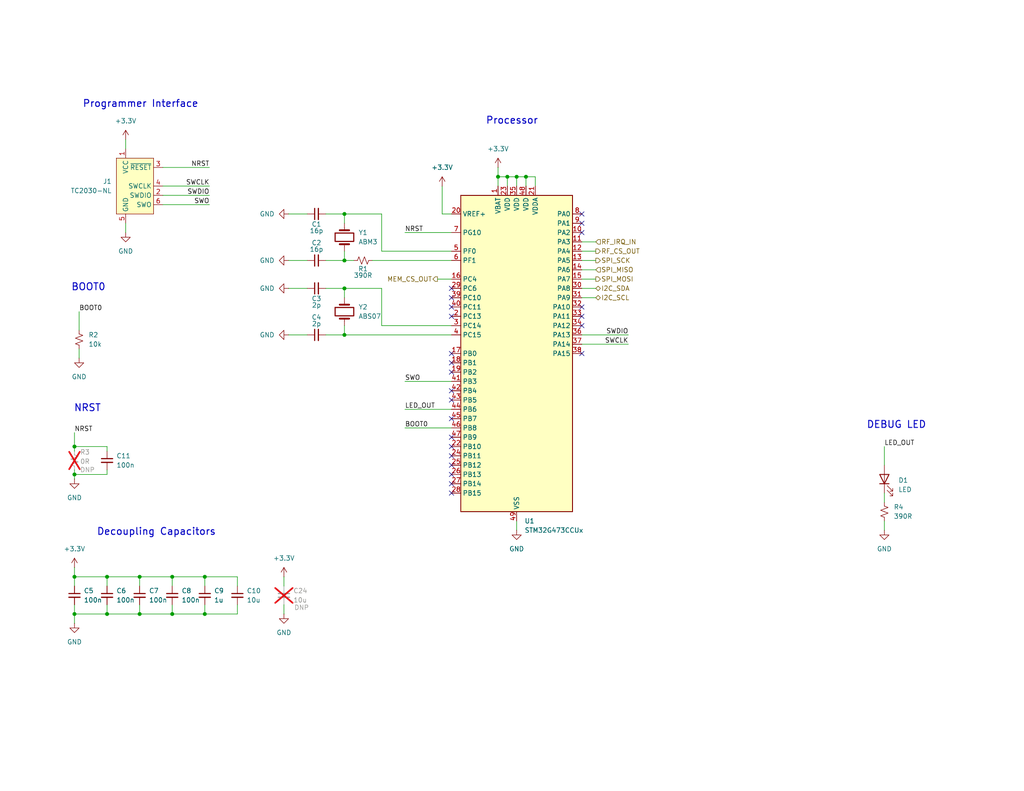
<source format=kicad_sch>
(kicad_sch (version 20250114) (generator "eeschema") (generator_version "9.0")
  (paper "USLetter")
  (title_block (title "Processor") (rev "1.0"))
  (lib_symbols
    (symbol "Connector:Conn_ARM_SWD_TagConnect_TC2030-NL" (in_bom no)
      (property "Reference" "J" (at 2.54 11.43 0))
      (property "Value" "Conn_ARM_SWD_TagConnect_TC2030-NL" (at 2.54 8.89 0))
      (symbol "Conn_ARM_SWD_TagConnect_TC2030-NL_0_0"
        (pin power_in line (at -2.54 10.16 270) (length 2.54) (name "VCC") (number "1"))
        (pin power_in line (at -2.54 -10.16 90) (length 2.54) (name "GND") (number "5"))
        (pin open_collector line (at 7.62 5.08 180) (length 2.54) (name "~{RESET}") (number "3"))
        (pin output line (at 7.62 0 180) (length 2.54) (name "SWCLK") (number "4"))
        (pin bidirectional line (at 7.62 -2.54 180) (length 2.54) (name "SWDIO") (number "2"))
        (pin input line (at 7.62 -5.08 180) (length 2.54) (name "SWO") (number "6"))
      )
      (symbol "Conn_ARM_SWD_TagConnect_TC2030-NL_0_1"
        (rectangle (start -5.08 7.62) (end 5.08 -7.62) (fill (type background)))
      )
    )
    (symbol "Device:C_Small" (pin_numbers (hide yes)) (pin_names (offset 0.254) (hide yes))
      (property "Reference" "C" (at 0.254 1.778 0))
      (property "Value" "C_Small" (at 0.254 -2.032 0))
      (symbol "C_Small_0_1"
        (polyline (pts (xy -1.524 0.508) (xy 1.524 0.508)) (stroke (width 0.3048)))
        (polyline (pts (xy -1.524 -0.508) (xy 1.524 -0.508)) (stroke (width 0.3302)))
      )
      (symbol "C_Small_1_1"
        (pin passive line (at 0 2.54 270) (length 2.032) (name "~") (number "1"))
        (pin passive line (at 0 -2.54 90) (length 2.032) (name "~") (number "2"))
      )
    )
    (symbol "Device:LED" (pin_numbers (hide yes)) (pin_names (offset 1.016) (hide yes))
      (property "Reference" "D" (at 0 2.54 0))
      (property "Value" "LED" (at 0 -2.54 0))
      (symbol "LED_0_1"
        (polyline (pts (xy -3.048 -0.762) (xy -4.572 -2.286) (xy -3.81 -2.286) (xy -4.572 -2.286) (xy -4.572 -1.524)))
        (polyline (pts (xy -1.778 -0.762) (xy -3.302 -2.286) (xy -2.54 -2.286) (xy -3.302 -2.286) (xy -3.302 -1.524)))
        (polyline (pts (xy -1.27 0) (xy 1.27 0)))
        (polyline (pts (xy -1.27 -1.27) (xy -1.27 1.27)) (stroke (width 0.254)))
        (polyline (pts (xy 1.27 -1.27) (xy 1.27 1.27) (xy -1.27 0) (xy 1.27 -1.27)) (stroke (width 0.254)))
      )
      (symbol "LED_1_1"
        (pin passive line (at -3.81 0 0) (length 2.54) (name "K") (number "1"))
        (pin passive line (at 3.81 0 180) (length 2.54) (name "A") (number "2"))
      )
    )
    (symbol "Device:R_Small_US" (pin_numbers (hide yes)) (pin_names (offset 0.254) (hide yes))
      (property "Reference" "R" (at 0.762 0.508 0))
      (property "Value" "R_Small_US" (at 0.762 -1.016 0))
      (symbol "R_Small_US_1_1"
        (polyline (pts (xy 0 1.524) (xy 1.016 1.143) (xy 0 0.762) (xy -1.016 0.381) (xy 0 0)))
        (polyline (pts (xy 0 0) (xy 1.016 -0.381) (xy 0 -0.762) (xy -1.016 -1.143) (xy 0 -1.524)))
        (pin passive line (at 0 2.54 270) (length 1.016) (name "~") (number "1"))
        (pin passive line (at 0 -2.54 90) (length 1.016) (name "~") (number "2"))
      )
    )
    (symbol "MCU_ST_STM32G4:STM32G473CCUx"
      (property "Reference" "U" (at -15.24 44.45 0))
      (property "Value" "STM32G473CCUx" (at 7.62 44.45 0))
      (symbol "STM32G473CCUx_0_1"
        (rectangle (start -15.24 -43.18) (end 15.24 43.18) (stroke (width 0.254)) (fill (type background)))
      )
      (symbol "STM32G473CCUx_1_1"
        (pin input line (at -17.78 38.1 0) (length 2.54) (name "VREF+") (number "20"))
        (pin bidirectional line (at -17.78 33.02 0) (length 2.54) (name "PG10") (number "7"))
        (pin bidirectional line (at -17.78 27.94 0) (length 2.54) (name "PF0") (number "5"))
        (pin bidirectional line (at -17.78 25.4 0) (length 2.54) (name "PF1") (number "6"))
        (pin bidirectional line (at -17.78 20.32 0) (length 2.54) (name "PC4") (number "16"))
        (pin bidirectional line (at -17.78 17.78 0) (length 2.54) (name "PC6") (number "29"))
        (pin bidirectional line (at -17.78 15.24 0) (length 2.54) (name "PC10") (number "39"))
        (pin bidirectional line (at -17.78 12.7 0) (length 2.54) (name "PC11") (number "40"))
        (pin bidirectional line (at -17.78 10.16 0) (length 2.54) (name "PC13") (number "2"))
        (pin bidirectional line (at -17.78 7.62 0) (length 2.54) (name "PC14") (number "3"))
        (pin bidirectional line (at -17.78 5.08 0) (length 2.54) (name "PC15") (number "4"))
        (pin bidirectional line (at -17.78 0 0) (length 2.54) (name "PB0") (number "17"))
        (pin bidirectional line (at -17.78 -2.54 0) (length 2.54) (name "PB1") (number "18"))
        (pin bidirectional line (at -17.78 -5.08 0) (length 2.54) (name "PB2") (number "19"))
        (pin bidirectional line (at -17.78 -7.62 0) (length 2.54) (name "PB3") (number "41"))
        (pin bidirectional line (at -17.78 -10.16 0) (length 2.54) (name "PB4") (number "42"))
        (pin bidirectional line (at -17.78 -12.7 0) (length 2.54) (name "PB5") (number "43"))
        (pin bidirectional line (at -17.78 -15.24 0) (length 2.54) (name "PB6") (number "44"))
        (pin bidirectional line (at -17.78 -17.78 0) (length 2.54) (name "PB7") (number "45"))
        (pin bidirectional line (at -17.78 -20.32 0) (length 2.54) (name "PB8") (number "46"))
        (pin bidirectional line (at -17.78 -22.86 0) (length 2.54) (name "PB9") (number "47"))
        (pin bidirectional line (at -17.78 -25.4 0) (length 2.54) (name "PB10") (number "22"))
        (pin bidirectional line (at -17.78 -27.94 0) (length 2.54) (name "PB11") (number "24"))
        (pin bidirectional line (at -17.78 -30.48 0) (length 2.54) (name "PB12") (number "25"))
        (pin bidirectional line (at -17.78 -33.02 0) (length 2.54) (name "PB13") (number "26"))
        (pin bidirectional line (at -17.78 -35.56 0) (length 2.54) (name "PB14") (number "27"))
        (pin bidirectional line (at -17.78 -38.1 0) (length 2.54) (name "PB15") (number "28"))
        (pin power_in line (at -5.08 45.72 270) (length 2.54) (name "VBAT") (number "1"))
        (pin power_in line (at -2.54 45.72 270) (length 2.54) (name "VDD") (number "23"))
        (pin power_in line (at 0 45.72 270) (length 2.54) (name "VDD") (number "35"))
        (pin power_in line (at 0 -45.72 90) (length 2.54) (name "VSS") (number "49"))
        (pin power_in line (at 2.54 45.72 270) (length 2.54) (name "VDD") (number "48"))
        (pin power_in line (at 5.08 45.72 270) (length 2.54) (name "VDDA") (number "21"))
        (pin bidirectional line (at 17.78 38.1 180) (length 2.54) (name "PA0") (number "8"))
        (pin bidirectional line (at 17.78 35.56 180) (length 2.54) (name "PA1") (number "9"))
        (pin bidirectional line (at 17.78 33.02 180) (length 2.54) (name "PA2") (number "10"))
        (pin bidirectional line (at 17.78 30.48 180) (length 2.54) (name "PA3") (number "11"))
        (pin bidirectional line (at 17.78 27.94 180) (length 2.54) (name "PA4") (number "12"))
        (pin bidirectional line (at 17.78 25.4 180) (length 2.54) (name "PA5") (number "13"))
        (pin bidirectional line (at 17.78 22.86 180) (length 2.54) (name "PA6") (number "14"))
        (pin bidirectional line (at 17.78 20.32 180) (length 2.54) (name "PA7") (number "15"))
        (pin bidirectional line (at 17.78 17.78 180) (length 2.54) (name "PA8") (number "30"))
        (pin bidirectional line (at 17.78 15.24 180) (length 2.54) (name "PA9") (number "31"))
        (pin bidirectional line (at 17.78 12.7 180) (length 2.54) (name "PA10") (number "32"))
        (pin bidirectional line (at 17.78 10.16 180) (length 2.54) (name "PA11") (number "33"))
        (pin bidirectional line (at 17.78 7.62 180) (length 2.54) (name "PA12") (number "34"))
        (pin bidirectional line (at 17.78 5.08 180) (length 2.54) (name "PA13") (number "36"))
        (pin bidirectional line (at 17.78 2.54 180) (length 2.54) (name "PA14") (number "37"))
        (pin bidirectional line (at 17.78 0 180) (length 2.54) (name "PA15") (number "38"))
      )
    )
    (symbol "kjp_symlib:ABM3-48.000MHZ-B2-T" (pin_numbers (hide yes)) (pin_names (offset 1.016) (hide yes))
      (property "Reference" "Y" (at 0 3.81 0))
      (property "Value" "ABM3-48.000MHZ-B2-T" (at 0 -3.81 0))
      (symbol "ABM3-48.000MHZ-B2-T_0_1"
        (polyline (pts (xy -2.54 0) (xy -1.905 0)))
        (polyline (pts (xy -1.905 -1.27) (xy -1.905 1.27)) (stroke (width 0.508)))
        (rectangle (start -1.143 2.54) (end 1.143 -2.54) (stroke (width 0.3048)))
        (polyline (pts (xy 1.905 -1.27) (xy 1.905 1.27)) (stroke (width 0.508)))
        (polyline (pts (xy 2.54 0) (xy 1.905 0)))
      )
      (symbol "ABM3-48.000MHZ-B2-T_1_1"
        (pin passive line (at -3.81 0 0) (length 1.27) (name "1") (number "1"))
        (pin passive line (at 3.81 0 180) (length 1.27) (name "2") (number "2"))
      )
    )
    (symbol "kjp_symlib:ABS07-120-32.768KHZ-T" (pin_numbers (hide yes)) (pin_names (offset 1.016) (hide yes))
      (property "Reference" "Y" (at 0 3.81 0))
      (property "Value" "ABS07-120-32.768KHZ-T" (at 0 -3.81 0))
      (symbol "ABS07-120-32.768KHZ-T_0_1"
        (polyline (pts (xy -2.54 0) (xy -1.905 0)))
        (polyline (pts (xy -1.905 -1.27) (xy -1.905 1.27)) (stroke (width 0.508)))
        (rectangle (start -1.143 2.54) (end 1.143 -2.54) (stroke (width 0.3048)))
        (polyline (pts (xy 1.905 -1.27) (xy 1.905 1.27)) (stroke (width 0.508)))
        (polyline (pts (xy 2.54 0) (xy 1.905 0)))
      )
      (symbol "ABS07-120-32.768KHZ-T_1_1"
        (pin passive line (at -3.81 0 0) (length 1.27) (name "1") (number "1"))
        (pin passive line (at 3.81 0 180) (length 1.27) (name "2") (number "2"))
      )
    )
    (symbol "power:+3.3V" (power) (pin_numbers (hide yes)) (pin_names (offset 0) (hide yes))
      (property "Value" "+3.3V" (at 0 3.556 0))
      (symbol "+3.3V_0_1"
        (polyline (pts (xy -0.762 1.27) (xy 0 2.54)))
        (polyline (pts (xy 0 2.54) (xy 0.762 1.27)))
        (polyline (pts (xy 0 0) (xy 0 2.54)))
      )
      (symbol "+3.3V_1_1"
        (pin power_in line (at 0 0 90) (length 0) (name "~") (number "1"))
      )
    )
    (symbol "power:GND" (power) (pin_numbers (hide yes)) (pin_names (offset 0) (hide yes))
      (property "Value" "GND" (at 0 -3.81 0))
      (symbol "GND_0_1"
        (polyline (pts (xy 0 0) (xy 0 -1.27) (xy 1.27 -1.27) (xy 0 -2.54) (xy -1.27 -1.27) (xy 0 -1.27)))
      )
      (symbol "GND_1_1"
        (pin power_in line (at 0 0 270) (length 0) (name "~") (number "1"))
      )
    )
  )
  (text "Programmer Interface" (at 38.354 28.448 0) (effects (font (size 1.905 1.905) (thickness 0.254) (bold yes))))
  (text "Decoupling Capacitors" (at 42.672 145.288 0) (effects (font (size 1.905 1.905) (thickness 0.254) (bold yes))))
  (text "BOOT0" (at 24.13 78.486 0) (effects (font (size 1.905 1.905) (thickness 0.254) (bold yes))))
  (text "NRST" (at 23.876 111.506 0) (effects (font (size 1.905 1.905) (thickness 0.254) (bold yes))))
  (text "Processor" (at 139.7 33.02 0) (effects (font (size 1.905 1.905) (thickness 0.254) (bold yes))))
  (text "DEBUG LED" (at 244.602 116.078 0) (effects (font (size 1.905 1.905) (thickness 0.254) (bold yes))))
  (junction (at 55.88 167.64))
  (junction (at 20.32 167.64))
  (junction (at 55.88 157.48))
  (junction (at 140.97 48.26))
  (junction (at 46.99 157.48))
  (junction (at 38.1 167.64))
  (junction (at 93.98 71.12))
  (junction (at 20.32 121.92))
  (junction (at 93.98 58.42))
  (junction (at 29.21 157.48))
  (junction (at 138.43 48.26))
  (junction (at 93.98 91.44))
  (junction (at 38.1 157.48))
  (junction (at 46.99 167.64))
  (junction (at 20.32 129.54))
  (junction (at 29.21 167.64))
  (junction (at 135.89 48.26))
  (junction (at 20.32 157.48))
  (junction (at 93.98 78.74))
  (junction (at 143.51 48.26))
  (no_connect (at 123.19 78.74))
  (no_connect (at 123.19 106.68))
  (no_connect (at 123.19 81.28))
  (no_connect (at 123.19 83.82))
  (no_connect (at 158.75 63.5))
  (no_connect (at 158.75 96.52))
  (no_connect (at 123.19 101.6))
  (no_connect (at 123.19 114.3))
  (no_connect (at 158.75 86.36))
  (no_connect (at 123.19 119.38))
  (no_connect (at 123.19 86.36))
  (no_connect (at 123.19 134.62))
  (no_connect (at 123.19 96.52))
  (no_connect (at 158.75 58.42))
  (no_connect (at 158.75 83.82))
  (no_connect (at 123.19 127))
  (no_connect (at 123.19 132.08))
  (no_connect (at 158.75 60.96))
  (no_connect (at 123.19 99.06))
  (no_connect (at 123.19 129.54))
  (no_connect (at 123.19 124.46))
  (no_connect (at 123.19 121.92))
  (no_connect (at 123.19 109.22))
  (no_connect (at 158.75 88.9))
  (wire (pts (xy 57.15 53.34) (xy 44.45 53.34)))
  (wire (pts (xy 140.97 48.26) (xy 138.43 48.26)))
  (wire (pts (xy 29.21 128.27) (xy 29.21 129.54)))
  (wire (pts (xy 64.77 157.48) (xy 64.77 160.02)))
  (wire (pts (xy 20.32 118.11) (xy 20.32 121.92)))
  (wire (pts (xy 29.21 157.48) (xy 38.1 157.48)))
  (wire (pts (xy 120.65 58.42) (xy 123.19 58.42)))
  (wire (pts (xy 101.6 71.12) (xy 123.19 71.12)))
  (wire (pts (xy 104.14 88.9) (xy 104.14 78.74)))
  (wire (pts (xy 88.9 58.42) (xy 93.98 58.42)))
  (wire (pts (xy 241.3 134.62) (xy 241.3 137.16)))
  (wire (pts (xy 78.74 91.44) (xy 83.82 91.44)))
  (wire (pts (xy 158.75 71.12) (xy 162.56 71.12)))
  (wire (pts (xy 135.89 45.72) (xy 135.89 48.26)))
  (wire (pts (xy 29.21 123.19) (xy 29.21 121.92)))
  (wire (pts (xy 158.75 68.58) (xy 162.56 68.58)))
  (wire (pts (xy 29.21 165.1) (xy 29.21 167.64)))
  (wire (pts (xy 123.19 91.44) (xy 93.98 91.44)))
  (wire (pts (xy 104.14 68.58) (xy 104.14 58.42)))
  (wire (pts (xy 104.14 68.58) (xy 123.19 68.58)))
  (wire (pts (xy 88.9 78.74) (xy 93.98 78.74)))
  (wire (pts (xy 20.32 129.54) (xy 29.21 129.54)))
  (wire (pts (xy 46.99 165.1) (xy 46.99 167.64)))
  (wire (pts (xy 57.15 55.88) (xy 44.45 55.88)))
  (wire (pts (xy 55.88 165.1) (xy 55.88 167.64)))
  (wire (pts (xy 146.05 50.8) (xy 146.05 48.26)))
  (wire (pts (xy 158.75 91.44) (xy 171.45 91.44)))
  (wire (pts (xy 88.9 71.12) (xy 93.98 71.12)))
  (wire (pts (xy 55.88 160.02) (xy 55.88 157.48)))
  (wire (pts (xy 93.98 78.74) (xy 93.98 81.28)))
  (wire (pts (xy 110.49 63.5) (xy 123.19 63.5)))
  (wire (pts (xy 241.3 121.92) (xy 241.3 127)))
  (wire (pts (xy 138.43 48.26) (xy 135.89 48.26)))
  (wire (pts (xy 104.14 78.74) (xy 93.98 78.74)))
  (wire (pts (xy 120.65 50.8) (xy 120.65 58.42)))
  (wire (pts (xy 38.1 157.48) (xy 38.1 160.02)))
  (wire (pts (xy 21.59 95.25) (xy 21.59 97.79)))
  (wire (pts (xy 55.88 167.64) (xy 64.77 167.64)))
  (wire (pts (xy 44.45 50.8) (xy 57.15 50.8)))
  (wire (pts (xy 20.32 165.1) (xy 20.32 167.64)))
  (wire (pts (xy 57.15 45.72) (xy 44.45 45.72)))
  (wire (pts (xy 158.75 76.2) (xy 162.56 76.2)))
  (wire (pts (xy 119.38 76.2) (xy 123.19 76.2)))
  (wire (pts (xy 110.49 111.76) (xy 123.19 111.76)))
  (wire (pts (xy 135.89 48.26) (xy 135.89 50.8)))
  (wire (pts (xy 93.98 88.9) (xy 93.98 91.44)))
  (wire (pts (xy 46.99 157.48) (xy 46.99 160.02)))
  (wire (pts (xy 46.99 167.64) (xy 55.88 167.64)))
  (wire (pts (xy 78.74 78.74) (xy 83.82 78.74)))
  (wire (pts (xy 110.49 116.84) (xy 123.19 116.84)))
  (wire (pts (xy 143.51 48.26) (xy 143.51 50.8)))
  (wire (pts (xy 29.21 157.48) (xy 29.21 160.02)))
  (wire (pts (xy 55.88 157.48) (xy 64.77 157.48)))
  (wire (pts (xy 20.32 154.94) (xy 20.32 157.48)))
  (wire (pts (xy 146.05 48.26) (xy 143.51 48.26)))
  (wire (pts (xy 77.47 157.48) (xy 77.47 160.02)))
  (wire (pts (xy 158.75 73.66) (xy 162.56 73.66)))
  (wire (pts (xy 110.49 104.14) (xy 123.19 104.14)))
  (wire (pts (xy 77.47 165.1) (xy 77.47 167.64)))
  (wire (pts (xy 38.1 167.64) (xy 46.99 167.64)))
  (wire (pts (xy 158.75 81.28) (xy 162.56 81.28)))
  (wire (pts (xy 123.19 88.9) (xy 104.14 88.9)))
  (wire (pts (xy 78.74 71.12) (xy 83.82 71.12)))
  (wire (pts (xy 104.14 58.42) (xy 93.98 58.42)))
  (wire (pts (xy 20.32 121.92) (xy 20.32 123.19)))
  (wire (pts (xy 34.29 60.96) (xy 34.29 63.5)))
  (wire (pts (xy 38.1 157.48) (xy 46.99 157.48)))
  (wire (pts (xy 38.1 165.1) (xy 38.1 167.64)))
  (wire (pts (xy 20.32 157.48) (xy 29.21 157.48)))
  (wire (pts (xy 20.32 167.64) (xy 29.21 167.64)))
  (wire (pts (xy 140.97 142.24) (xy 140.97 144.78)))
  (wire (pts (xy 20.32 121.92) (xy 29.21 121.92)))
  (wire (pts (xy 20.32 128.27) (xy 20.32 129.54)))
  (wire (pts (xy 29.21 167.64) (xy 38.1 167.64)))
  (wire (pts (xy 158.75 78.74) (xy 162.56 78.74)))
  (wire (pts (xy 78.74 58.42) (xy 83.82 58.42)))
  (wire (pts (xy 158.75 93.98) (xy 171.45 93.98)))
  (wire (pts (xy 46.99 157.48) (xy 55.88 157.48)))
  (wire (pts (xy 93.98 71.12) (xy 93.98 68.58)))
  (wire (pts (xy 20.32 160.02) (xy 20.32 157.48)))
  (wire (pts (xy 64.77 167.64) (xy 64.77 165.1)))
  (wire (pts (xy 140.97 48.26) (xy 140.97 50.8)))
  (wire (pts (xy 88.9 91.44) (xy 93.98 91.44)))
  (wire (pts (xy 21.59 85.09) (xy 21.59 90.17)))
  (wire (pts (xy 138.43 48.26) (xy 138.43 50.8)))
  (wire (pts (xy 34.29 38.1) (xy 34.29 40.64)))
  (wire (pts (xy 158.75 66.04) (xy 162.56 66.04)))
  (wire (pts (xy 241.3 142.24) (xy 241.3 144.78)))
  (wire (pts (xy 20.32 167.64) (xy 20.32 170.18)))
  (wire (pts (xy 93.98 58.42) (xy 93.98 60.96)))
  (wire (pts (xy 96.52 71.12) (xy 93.98 71.12)))
  (wire (pts (xy 20.32 129.54) (xy 20.32 130.81)))
  (wire (pts (xy 143.51 48.26) (xy 140.97 48.26)))
  (label "BOOT0" (at 110.49 116.84 0))
  (label "SWCLK" (at 171.45 93.98 180))
  (label "LED_OUT" (at 241.3 121.92 0))
  (label "BOOT0" (at 21.59 85.09 0))
  (label "LED_OUT" (at 110.49 111.76 0))
  (label "NRST" (at 57.15 45.72 180))
  (label "SWO" (at 110.49 104.14 0))
  (label "SWDIO" (at 171.45 91.44 180))
  (label "NRST" (at 110.49 63.5 0))
  (label "SWO" (at 57.15 55.88 180))
  (label "SWCLK" (at 57.15 50.8 180))
  (label "NRST" (at 20.32 118.11 0))
  (label "SWDIO" (at 57.15 53.34 180))
  (hierarchical_label "SPI_MISO" (shape input) (at 162.56 73.66 0))
  (hierarchical_label "SPI_MOSI" (shape output) (at 162.56 76.2 0))
  (hierarchical_label "SPI_SCK" (shape output) (at 162.56 71.12 0))
  (hierarchical_label "RF_IRQ_IN" (shape input) (at 162.56 66.04 0))
  (hierarchical_label "MEM_CS_OUT" (shape output) (at 119.38 76.2 180))
  (hierarchical_label "I2C_SDA" (shape bidirectional) (at 162.56 78.74 0))
  (hierarchical_label "I2C_SCL" (shape bidirectional) (at 162.56 81.28 0))
  (hierarchical_label "RF_CS_OUT" (shape output) (at 162.56 68.58 0))
  (symbol (lib_id "Device:C_Small") (at 29.21 125.73 0) (unit 1)
    (property "Reference" "C11" (at 31.75 124.4662 0) (effects (justify left)))
    (property "Value" "100n" (at 31.75 127.0062 0) (effects (justify left)))
    (property "Footprint" "Capacitor_SMD:C_0402_1005Metric" (effects (hide yes)))
    (property "Description" "Unpolarized capacitor, small symbol" (effects (hide yes)))
  )
  (symbol (lib_id "kjp_symlib:ABM3-48.000MHZ-B2-T") (at 93.98 64.77 90) (unit 1)
    (property "Reference" "Y1" (at 97.79 63.4999 90) (effects (justify right)))
    (property "Value" "ABM3" (at 97.79 66.0399 90) (effects (justify right)))
    (property "Footprint" "kjp_fplib:ABM3-48.000MHZ-B2-T" (effects (hide yes)))
    (property "Datasheet" "https://abracon.com/Resonators/ABM3.pdf" (effects (hide yes)))
    (property "Description" "Two pin crystal" (effects (hide yes)))
  )
  (symbol (lib_id "power:GND") (at 78.74 78.74 270) (unit 1)
    (property "Reference" "#PWR06" (effects (hide yes)))
    (property "Value" "GND" (at 74.93 78.7399 90) (effects (justify right)))
    (property "Description" "Power symbol creates a global label with name \"GND\" , ground" (effects (hide yes)))
  )
  (symbol (lib_id "Device:C_Small") (at 86.36 71.12 90) (unit 1)
    (property "Reference" "C2" (at 86.36 66.294 90))
    (property "Value" "16p" (at 86.36 68.072 90))
    (property "Footprint" "Capacitor_SMD:C_0402_1005Metric" (effects (hide yes)))
    (property "Description" "Unpolarized capacitor, small symbol" (effects (hide yes)))
  )
  (symbol (lib_id "power:GND") (at 20.32 130.81 0) (unit 1)
    (property "Reference" "#PWR011" (effects (hide yes)))
    (property "Value" "GND" (at 20.32 135.89 0))
    (property "Description" "Power symbol creates a global label with name \"GND\" , ground" (effects (hide yes)))
  )
  (symbol (lib_id "Device:C_Small") (at 46.99 162.56 0) (unit 1)
    (property "Reference" "C8" (at 49.53 161.2962 0) (effects (justify left)))
    (property "Value" "100n" (at 49.53 163.8362 0) (effects (justify left)))
    (property "Footprint" "Capacitor_SMD:C_0402_1005Metric" (effects (hide yes)))
    (property "Description" "Unpolarized capacitor, small symbol" (effects (hide yes)))
  )
  (symbol (lib_id "power:GND") (at 77.47 167.64 0) (unit 1)
    (property "Reference" "#PWR028" (effects (hide yes)))
    (property "Value" "GND" (at 77.47 172.72 0))
    (property "Description" "Power symbol creates a global label with name \"GND\" , ground" (effects (hide yes)))
  )
  (symbol (lib_id "power:GND") (at 34.29 63.5 0) (unit 1)
    (property "Reference" "#PWR013" (effects (hide yes)))
    (property "Value" "GND" (at 34.29 68.58 0))
    (property "Description" "Power symbol creates a global label with name \"GND\" , ground" (effects (hide yes)))
  )
  (symbol (lib_id "power:+3.3V") (at 135.89 45.72 0) (unit 1)
    (property "Reference" "#PWR01" (effects (hide yes)))
    (property "Value" "+3.3V" (at 135.89 40.64 0))
    (property "Description" "Power symbol creates a global label with name \"+3.3V\"" (effects (hide yes)))
  )
  (symbol (lib_id "power:+3.3V") (at 34.29 38.1 0) (unit 1)
    (property "Reference" "#PWR012" (effects (hide yes)))
    (property "Value" "+3.3V" (at 34.29 33.02 0))
    (property "Description" "Power symbol creates a global label with name \"+3.3V\"" (effects (hide yes)))
  )
  (symbol (lib_id "power:+3.3V") (at 120.65 50.8 0) (unit 1)
    (property "Reference" "#PWR03" (effects (hide yes)))
    (property "Value" "+3.3V" (at 120.65 45.72 0))
    (property "Description" "Power symbol creates a global label with name \"+3.3V\"" (effects (hide yes)))
  )
  (symbol (lib_id "power:+3.3V") (at 20.32 154.94 0) (unit 1)
    (property "Reference" "#PWR08" (effects (hide yes)))
    (property "Value" "+3.3V" (at 20.32 149.86 0))
    (property "Description" "Power symbol creates a global label with name \"+3.3V\"" (effects (hide yes)))
  )
  (symbol (lib_id "Device:C_Small") (at 20.32 162.56 0) (unit 1)
    (property "Reference" "C5" (at 22.86 161.2962 0) (effects (justify left)))
    (property "Value" "100n" (at 22.86 163.8362 0) (effects (justify left)))
    (property "Footprint" "Capacitor_SMD:C_0402_1005Metric" (effects (hide yes)))
    (property "Description" "Unpolarized capacitor, small symbol" (effects (hide yes)))
  )
  (symbol (lib_id "power:GND") (at 20.32 170.18 0) (unit 1)
    (property "Reference" "#PWR09" (effects (hide yes)))
    (property "Value" "GND" (at 20.32 175.26 0))
    (property "Description" "Power symbol creates a global label with name \"GND\" , ground" (effects (hide yes)))
  )
  (symbol (lib_id "power:GND") (at 78.74 91.44 270) (unit 1)
    (property "Reference" "#PWR07" (effects (hide yes)))
    (property "Value" "GND" (at 74.93 91.4399 90) (effects (justify right)))
    (property "Description" "Power symbol creates a global label with name \"GND\" , ground" (effects (hide yes)))
  )
  (symbol (lib_id "Device:C_Small") (at 86.36 91.44 90) (unit 1)
    (property "Reference" "C4" (at 86.36 86.614 90))
    (property "Value" "2p" (at 86.36 88.392 90))
    (property "Footprint" "Capacitor_SMD:C_0402_1005Metric" (effects (hide yes)))
    (property "Description" "Unpolarized capacitor, small symbol" (effects (hide yes)))
  )
  (symbol (lib_id "Device:C_Small") (at 29.21 162.56 0) (unit 1)
    (property "Reference" "C6" (at 31.75 161.2962 0) (effects (justify left)))
    (property "Value" "100n" (at 31.75 163.8362 0) (effects (justify left)))
    (property "Footprint" "Capacitor_SMD:C_0402_1005Metric" (effects (hide yes)))
    (property "Description" "Unpolarized capacitor, small symbol" (effects (hide yes)))
  )
  (symbol (lib_id "Device:LED") (at 241.3 130.81 90) (unit 1)
    (property "Reference" "D1" (at 245.11 131.1274 90) (effects (justify right)))
    (property "Value" "LED" (at 245.11 133.6674 90) (effects (justify right)))
    (property "Footprint" "LED_SMD:LED_0402_1005Metric" (effects (hide yes)))
    (property "Description" "Light emitting diode" (effects (hide yes)))
    (property "Sim.Pins" "1=K 2=A" (effects (hide yes)))
  )
  (symbol (lib_id "Device:C_Small") (at 77.47 162.56 0) (unit 1) (dnp yes)
    (property "Reference" "C24" (at 80.01 161.2962 0) (effects (justify left)))
    (property "Value" "10u" (at 80.01 163.8362 0) (effects (justify left)))
    (property "Footprint" "Capacitor_SMD:C_0603_1608Metric" (effects (hide yes)))
    (property "Description" "Unpolarized capacitor, small symbol" (effects (hide yes)))
    (property "Pop" "DNP" (at 82.296 165.862 0))
  )
  (symbol (lib_id "Connector:Conn_ARM_SWD_TagConnect_TC2030-NL") (at 36.83 50.8 0) (unit 1) (in_bom no)
    (property "Reference" "J1" (at 30.48 49.5299 0) (effects (justify right)))
    (property "Value" "TC2030-NL" (at 30.48 52.0699 0) (effects (justify right)))
    (property "Footprint" "Connector:Tag-Connect_TC2030-IDC-NL_2x03_P1.27mm_Vertical" (effects (hide yes)))
    (property "Datasheet" "https://www.tag-connect.com/wp-content/uploads/bsk-pdf-manager/TC2030-CTX_1.pdf" (effects (hide yes)))
    (property "Description" "Tag-Connect ARM Cortex SWD JTAG connector, 6 pin, no legs" (effects (hide yes)))
  )
  (symbol (lib_id "power:GND") (at 140.97 144.78 0) (unit 1)
    (property "Reference" "#PWR02" (effects (hide yes)))
    (property "Value" "GND" (at 140.97 149.86 0))
    (property "Description" "Power symbol creates a global label with name \"GND\" , ground" (effects (hide yes)))
  )
  (symbol (lib_id "power:+3.3V") (at 77.47 157.48 0) (unit 1)
    (property "Reference" "#PWR027" (effects (hide yes)))
    (property "Value" "+3.3V" (at 77.47 152.4 0))
    (property "Description" "Power symbol creates a global label with name \"+3.3V\"" (effects (hide yes)))
  )
  (symbol (lib_id "Device:R_Small_US") (at 21.59 92.71 0) (unit 1)
    (property "Reference" "R2" (at 24.13 91.4399 0) (effects (justify left)))
    (property "Value" "10k" (at 24.13 93.9799 0) (effects (justify left)))
    (property "Footprint" "Resistor_SMD:R_0402_1005Metric" (effects (hide yes)))
    (property "Description" "Resistor, small US symbol" (effects (hide yes)))
  )
  (symbol (lib_id "Device:C_Small") (at 64.77 162.56 0) (unit 1)
    (property "Reference" "C10" (at 67.31 161.2962 0) (effects (justify left)))
    (property "Value" "10u" (at 67.31 163.8362 0) (effects (justify left)))
    (property "Footprint" "Capacitor_SMD:C_0603_1608Metric" (effects (hide yes)))
    (property "Description" "Unpolarized capacitor, small symbol" (effects (hide yes)))
  )
  (symbol (lib_id "Device:R_Small_US") (at 99.06 71.12 90) (unit 1)
    (property "Reference" "R1" (at 99.06 73.406 90))
    (property "Value" "390R" (at 99.06 75.184 90))
    (property "Footprint" "Resistor_SMD:R_0402_1005Metric" (effects (hide yes)))
    (property "Description" "Resistor, small US symbol" (effects (hide yes)))
  )
  (symbol (lib_id "power:GND") (at 78.74 71.12 270) (unit 1)
    (property "Reference" "#PWR05" (effects (hide yes)))
    (property "Value" "GND" (at 74.93 71.1199 90) (effects (justify right)))
    (property "Description" "Power symbol creates a global label with name \"GND\" , ground" (effects (hide yes)))
  )
  (symbol (lib_id "Device:R_Small_US") (at 241.3 139.7 0) (unit 1)
    (property "Reference" "R4" (at 243.84 138.4299 0) (effects (justify left)))
    (property "Value" "390R" (at 243.84 140.9699 0) (effects (justify left)))
    (property "Footprint" "Resistor_SMD:R_0402_1005Metric" (effects (hide yes)))
    (property "Description" "Resistor, small US symbol" (effects (hide yes)))
  )
  (symbol (lib_id "Device:C_Small") (at 38.1 162.56 0) (unit 1)
    (property "Reference" "C7" (at 40.64 161.2962 0) (effects (justify left)))
    (property "Value" "100n" (at 40.64 163.8362 0) (effects (justify left)))
    (property "Footprint" "Capacitor_SMD:C_0402_1005Metric" (effects (hide yes)))
    (property "Description" "Unpolarized capacitor, small symbol" (effects (hide yes)))
  )
  (symbol (lib_id "Device:C_Small") (at 86.36 58.42 90) (unit 1)
    (property "Reference" "C1" (at 86.36 61.214 90))
    (property "Value" "16p" (at 86.36 62.992 90))
    (property "Footprint" "Capacitor_SMD:C_0402_1005Metric" (effects (hide yes)))
    (property "Description" "Unpolarized capacitor, small symbol" (effects (hide yes)))
  )
  (symbol (lib_id "Device:C_Small") (at 55.88 162.56 0) (unit 1)
    (property "Reference" "C9" (at 58.42 161.2962 0) (effects (justify left)))
    (property "Value" "1u" (at 58.42 163.8362 0) (effects (justify left)))
    (property "Footprint" "Capacitor_SMD:C_0402_1005Metric" (effects (hide yes)))
    (property "Description" "Unpolarized capacitor, small symbol" (effects (hide yes)))
  )
  (symbol (lib_id "power:GND") (at 78.74 58.42 270) (unit 1)
    (property "Reference" "#PWR04" (effects (hide yes)))
    (property "Value" "GND" (at 74.93 58.4199 90) (effects (justify right)))
    (property "Description" "Power symbol creates a global label with name \"GND\" , ground" (effects (hide yes)))
  )
  (symbol (lib_id "kjp_symlib:ABS07-120-32.768KHZ-T") (at 93.98 85.09 90) (unit 1)
    (property "Reference" "Y2" (at 97.79 83.8199 90) (effects (justify right)))
    (property "Value" "ABS07" (at 97.79 86.3599 90) (effects (justify right)))
    (property "Footprint" "kjp_fplib:ABS07-120-32.768KHZ-T" (effects (hide yes)))
    (property "Datasheet" "https://abracon.com/datasheets/ABS07-120-32.768kHz-T.pdf" (effects (hide yes)))
    (property "Description" "Two pin crystal" (effects (hide yes)))
  )
  (symbol (lib_id "MCU_ST_STM32G4:STM32G473CCUx") (at 140.97 96.52 0) (unit 1)
    (property "Reference" "U1" (at 143.1133 142.24 0) (effects (justify left)))
    (property "Value" "STM32G473CCUx" (at 143.1133 144.78 0) (effects (justify left)))
    (property "Footprint" "Package_DFN_QFN:QFN-48-1EP_7x7mm_P0.5mm_EP5.6x5.6mm" (effects (hide yes)))
    (property "Datasheet" "https://www.st.com/resource/en/datasheet/stm32g473cc.pdf" (effects (hide yes)))
    (property "Description" "STMicroelectronics Arm Cortex-M4 MCU, 256KB flash, 128KB RAM, 170 MHz, 1.71-3.6V, 42 GPIO, UFQFPN48" (effects (hide yes)))
  )
  (symbol (lib_id "power:GND") (at 21.59 97.79 0) (unit 1)
    (property "Reference" "#PWR010" (effects (hide yes)))
    (property "Value" "GND" (at 21.59 102.87 0))
    (property "Description" "Power symbol creates a global label with name \"GND\" , ground" (effects (hide yes)))
  )
  (symbol (lib_id "Device:C_Small") (at 86.36 78.74 90) (unit 1)
    (property "Reference" "C3" (at 86.36 81.534 90))
    (property "Value" "2p" (at 86.36 83.312 90))
    (property "Footprint" "Capacitor_SMD:C_0402_1005Metric" (effects (hide yes)))
    (property "Description" "Unpolarized capacitor, small symbol" (effects (hide yes)))
  )
  (symbol (lib_id "power:GND") (at 241.3 144.78 0) (unit 1)
    (property "Reference" "#PWR014" (effects (hide yes)))
    (property "Value" "GND" (at 241.3 149.86 0))
    (property "Description" "Power symbol creates a global label with name \"GND\" , ground" (effects (hide yes)))
  )
  (symbol (lib_id "Device:R_Small_US") (at 20.32 125.73 0) (unit 1) (dnp yes)
    (property "Reference" "R3" (at 21.844 123.4439 0) (effects (justify left)))
    (property "Value" "0R" (at 21.844 125.9839 0) (effects (justify left)))
    (property "Footprint" "Resistor_SMD:R_0402_1005Metric" (effects (hide yes)))
    (property "Description" "Resistor, small US symbol" (effects (hide yes)))
    (property "Pop" "DNP" (at 23.876 128.27 0))
  )
)
</source>
